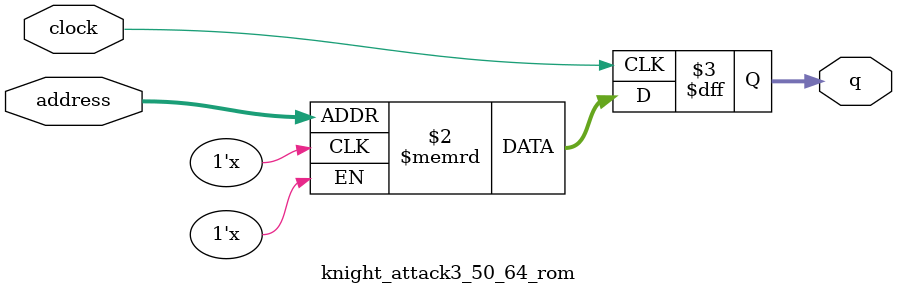
<source format=sv>
module knight_attack3_50_64_rom (
	input logic clock,
	input logic [11:0] address,
	output logic [2:0] q
);

logic [2:0] memory [0:3199] /* synthesis ram_init_file = "./knight_attack3_50_64/knight_attack3_50_64.mif" */;

always_ff @ (posedge clock) begin
	q <= memory[address];
end

endmodule

</source>
